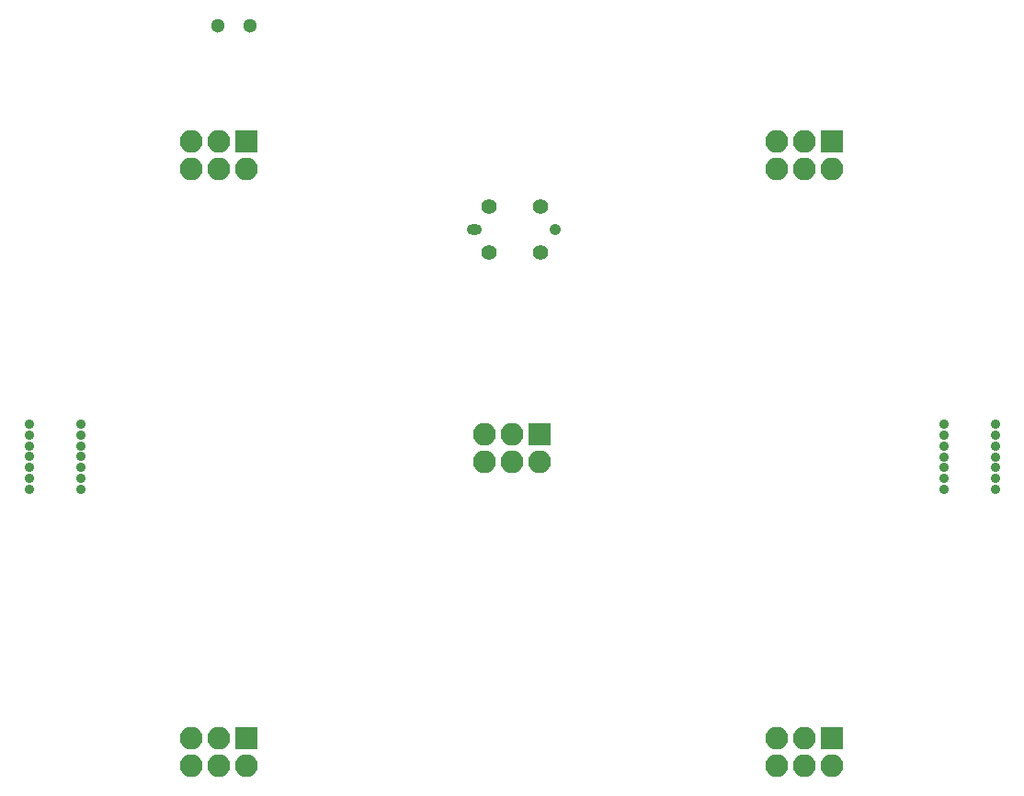
<source format=gbr>
%TF.GenerationSoftware,KiCad,Pcbnew,(5.99.0-9526-g5c17ff0595)*%
%TF.CreationDate,2021-07-10T19:15:03-05:00*%
%TF.ProjectId,DesktopHolder,4465736b-746f-4704-986f-6c6465722e6b,rev?*%
%TF.SameCoordinates,Original*%
%TF.FileFunction,Soldermask,Top*%
%TF.FilePolarity,Negative*%
%FSLAX46Y46*%
G04 Gerber Fmt 4.6, Leading zero omitted, Abs format (unit mm)*
G04 Created by KiCad (PCBNEW (5.99.0-9526-g5c17ff0595)) date 2021-07-10 19:15:03*
%MOMM*%
%LPD*%
G01*
G04 APERTURE LIST*
G04 Aperture macros list*
%AMRoundRect*
0 Rectangle with rounded corners*
0 $1 Rounding radius*
0 $2 $3 $4 $5 $6 $7 $8 $9 X,Y pos of 4 corners*
0 Add a 4 corners polygon primitive as box body*
4,1,4,$2,$3,$4,$5,$6,$7,$8,$9,$2,$3,0*
0 Add four circle primitives for the rounded corners*
1,1,$1+$1,$2,$3*
1,1,$1+$1,$4,$5*
1,1,$1+$1,$6,$7*
1,1,$1+$1,$8,$9*
0 Add four rect primitives between the rounded corners*
20,1,$1+$1,$2,$3,$4,$5,0*
20,1,$1+$1,$4,$5,$6,$7,0*
20,1,$1+$1,$6,$7,$8,$9,0*
20,1,$1+$1,$8,$9,$2,$3,0*%
G04 Aperture macros list end*
%ADD10RoundRect,0.200000X-0.850000X0.850000X-0.850000X-0.850000X0.850000X-0.850000X0.850000X0.850000X0*%
%ADD11O,2.100000X2.100000*%
%ADD12C,0.900000*%
%ADD13C,1.300000*%
%ADD14O,1.400000X0.980000*%
%ADD15C,1.060000*%
%ADD16C,1.400000*%
G04 APERTURE END LIST*
D10*
%TO.C,J5*%
X126975000Y-120650000D03*
D11*
X126975000Y-123190000D03*
X124435000Y-120650000D03*
X124435000Y-123190000D03*
X121895000Y-120650000D03*
X121895000Y-123190000D03*
%TD*%
D10*
%TO.C,J2*%
X180900000Y-65650000D03*
D11*
X180900000Y-68190000D03*
X178360000Y-65650000D03*
X178360000Y-68190000D03*
X175820000Y-65650000D03*
X175820000Y-68190000D03*
%TD*%
D10*
%TO.C,J1*%
X126975000Y-65650000D03*
D11*
X126975000Y-68190000D03*
X124435000Y-65650000D03*
X124435000Y-68190000D03*
X121895000Y-65650000D03*
X121895000Y-68190000D03*
%TD*%
D10*
%TO.C,J3*%
X153975000Y-92650000D03*
D11*
X153975000Y-95190000D03*
X151435000Y-92650000D03*
X151435000Y-95190000D03*
X148895000Y-92650000D03*
X148895000Y-95190000D03*
%TD*%
D12*
%TO.C,REF\u002A\u002A*%
X111725000Y-91700000D03*
X111725000Y-95700000D03*
X107000000Y-91700000D03*
X107000000Y-92700000D03*
X107000000Y-93700000D03*
X107000000Y-95700000D03*
X107000000Y-96700000D03*
X111725000Y-92700000D03*
X107000000Y-94700000D03*
X111725000Y-97700000D03*
X111725000Y-94700000D03*
X107000000Y-97700000D03*
X111725000Y-96700000D03*
X111725000Y-93700000D03*
%TD*%
D10*
%TO.C,J4*%
X180900000Y-120650000D03*
D11*
X180900000Y-123190000D03*
X178360000Y-120650000D03*
X178360000Y-123190000D03*
X175820000Y-120650000D03*
X175820000Y-123190000D03*
%TD*%
D13*
%TO.C,Power1*%
X124355000Y-54950000D03*
X127355000Y-54950000D03*
%TD*%
D14*
%TO.C,P1*%
X147975000Y-73750000D03*
D15*
X155475000Y-73750000D03*
D16*
X154125000Y-71600000D03*
X149325000Y-71600000D03*
X154125000Y-75900000D03*
X149325000Y-75900000D03*
%TD*%
D12*
%TO.C,REF\u002A\u002A*%
X195961250Y-94712500D03*
X191236250Y-94712500D03*
X191236250Y-97712500D03*
X191236250Y-92712500D03*
X195961250Y-91712500D03*
X195961250Y-97712500D03*
X195961250Y-96712500D03*
X191236250Y-96712500D03*
X191236250Y-95712500D03*
X191236250Y-91712500D03*
X195961250Y-95712500D03*
X195961250Y-93712500D03*
X191236250Y-93712500D03*
X195961250Y-92712500D03*
%TD*%
M02*

</source>
